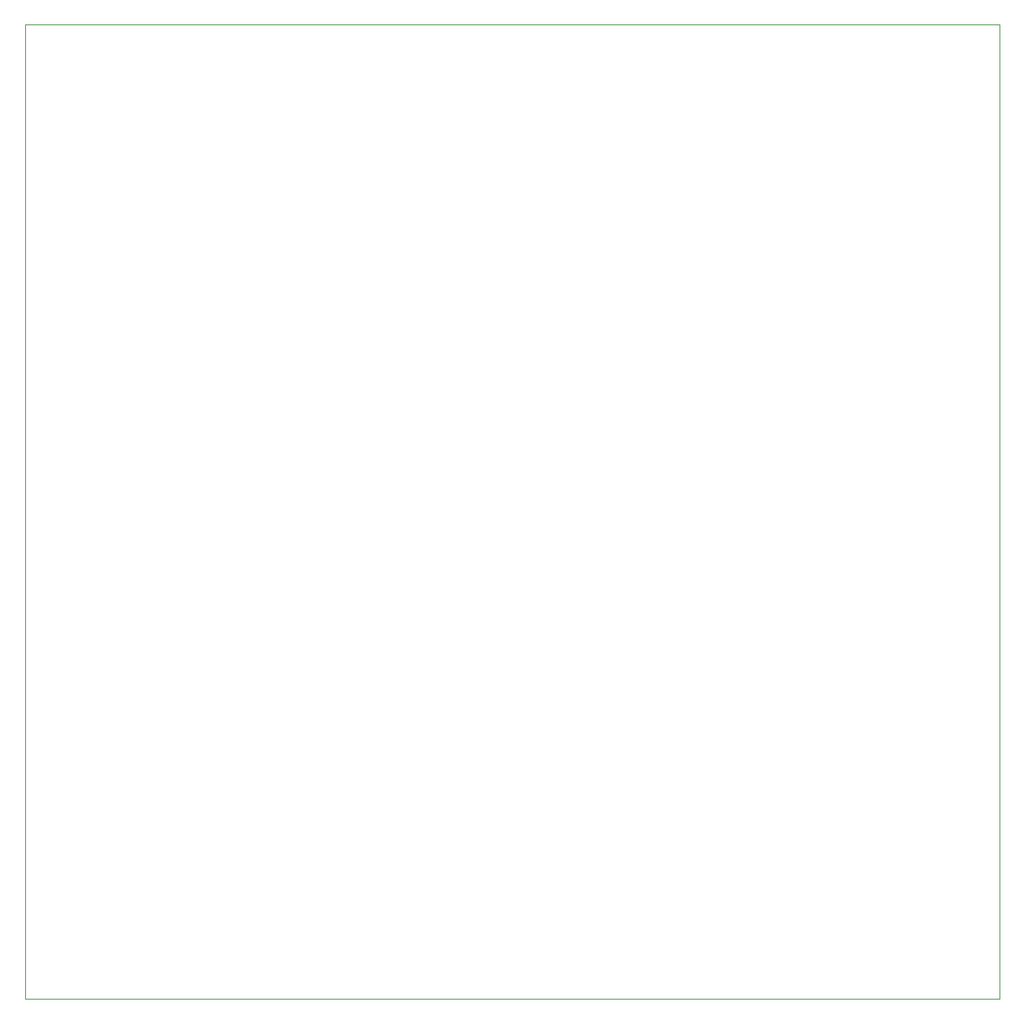
<source format=gbr>
%TF.GenerationSoftware,KiCad,Pcbnew,(5.1.10)-1*%
%TF.CreationDate,2021-11-06T18:30:37+11:00*%
%TF.ProjectId,pannel108-v2,70616e6e-656c-4313-9038-2d76322e6b69,rev?*%
%TF.SameCoordinates,Original*%
%TF.FileFunction,Profile,NP*%
%FSLAX46Y46*%
G04 Gerber Fmt 4.6, Leading zero omitted, Abs format (unit mm)*
G04 Created by KiCad (PCBNEW (5.1.10)-1) date 2021-11-06 18:30:37*
%MOMM*%
%LPD*%
G01*
G04 APERTURE LIST*
%TA.AperFunction,Profile*%
%ADD10C,0.100000*%
%TD*%
G04 APERTURE END LIST*
D10*
X63500000Y-149910000D02*
X171450000Y-149910000D01*
X63500000Y-41960000D02*
X171450000Y-41960000D01*
X171450000Y-41960000D02*
X171450000Y-149910000D01*
X63500000Y-41960000D02*
X63500000Y-149910000D01*
M02*

</source>
